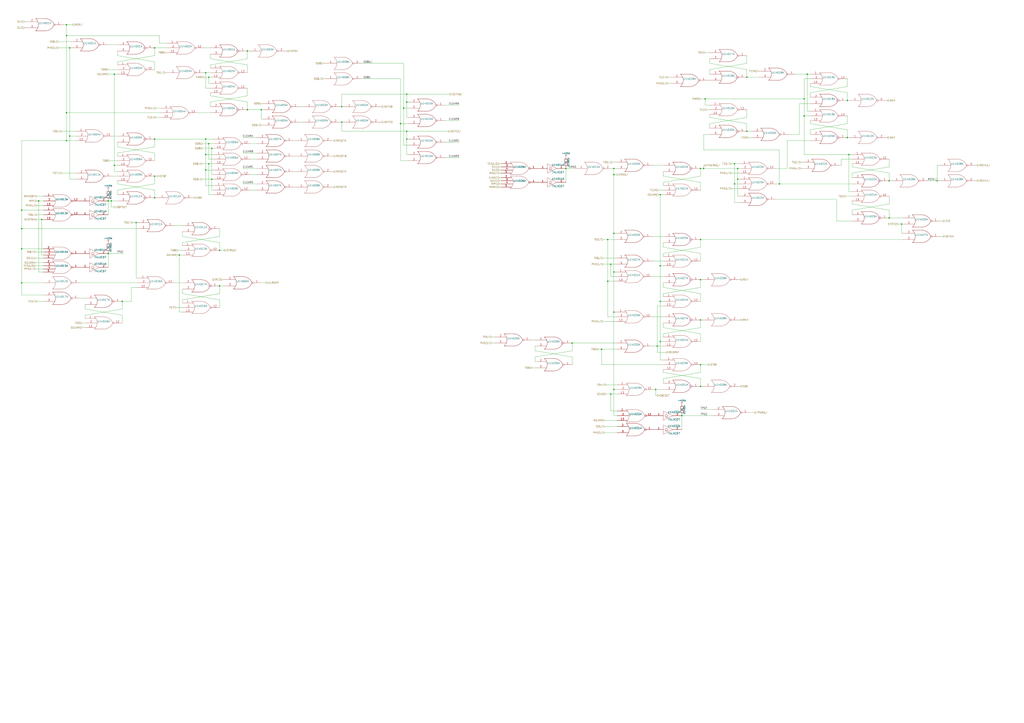
<source format=kicad_sch>
(kicad_sch (version 20211123) (generator eeschema)
  (paper "A1")
  (junction (at 695.96 82.55))
  (junction (at 494.03 287.02))
  (junction (at 740.41 184.15))
  (junction (at 660.4 81.28))
  (junction (at 127 144.78))
  (junction (at 501.65 323.85))
  (junction (at 171.45 63.5))
  (junction (at 499.11 231.14))
  (junction (at 168.91 127))
  (junction (at 57.15 39.37))
  (junction (at 57.15 111.76))
  (junction (at 93.98 60.96))
  (junction (at 575.31 262.89))
  (junction (at 504.19 223.52))
  (junction (at 54.61 29.21))
  (junction (at 168.91 59.69))
  (junction (at 280.67 87.63))
  (junction (at 539.75 284.48))
  (junction (at 730.25 148.59))
  (junction (at 17.78 204.47))
  (junction (at 538.48 320.04))
  (junction (at 34.29 180.34))
  (junction (at 542.29 247.65))
  (junction (at 214.63 90.17))
  (junction (at 168.91 114.3))
  (junction (at 579.12 81.28))
  (junction (at 328.93 101.6))
  (junction (at 173.99 121.92))
  (junction (at 334.01 77.47))
  (junction (at 469.9 281.94))
  (junction (at 334.01 83.82))
  (junction (at 575.31 317.5))
  (junction (at 577.85 138.43))
  (junction (at 280.67 100.33))
  (junction (at 613.41 107.95))
  (junction (at 54.61 20.32))
  (junction (at 31.75 165.1))
  (junction (at 575.31 229.87))
  (junction (at 91.44 165.1))
  (junction (at 127 114.3))
  (junction (at 147.32 209.55))
  (junction (at 575.31 299.72))
  (junction (at 93.98 135.89))
  (junction (at 17.78 172.72))
  (junction (at 542.29 218.44))
  (junction (at 542.29 280.67))
  (junction (at 504.19 143.51))
  (junction (at 168.91 139.7))
  (junction (at 100.33 247.65))
  (junction (at 575.31 196.85))
  (junction (at 695.96 113.03))
  (junction (at 640.08 151.13))
  (junction (at 171.45 118.11))
  (junction (at 334.01 107.95))
  (junction (at 464.82 138.43))
  (junction (at 504.19 191.77))
  (junction (at 171.45 134.62))
  (junction (at 17.78 232.41))
  (junction (at 613.41 63.5))
  (junction (at 203.2 90.17))
  (junction (at 501.65 217.17))
  (junction (at 331.47 88.9))
  (junction (at 127 162.56))
  (junction (at 203.2 41.91))
  (junction (at 605.79 147.32))
  (junction (at 662.94 60.96))
  (junction (at 54.61 115.57))
  (junction (at 504.19 256.54))
  (junction (at 504.19 138.43))
  (junction (at 334.01 114.3))
  (junction (at 504.19 320.04))
  (junction (at 542.29 160.02))
  (junction (at 499.11 196.85))
  (junction (at 575.31 138.43))
  (junction (at 603.25 134.62))
  (junction (at 603.25 151.13))
  (junction (at 560.07 341.63))
  (junction (at 127 39.37))
  (junction (at 660.4 95.25))
  (junction (at 88.9 208.28))
  (junction (at 697.23 127))
  (junction (at 769.62 148.59))
  (junction (at 180.34 205.74))
  (junction (at 17.78 187.96))
  (junction (at 180.34 234.95))
  (junction (at 173.99 147.32))
  (junction (at 88.9 165.1))
  (junction (at 111.76 182.88))
  (junction (at 730.25 179.07))
  (junction (at 605.79 138.43))
  (junction (at 54.61 92.71))
  (wire (pts (xy 58.42 34.29) (xy 48.26 34.29)))
  (wire (pts (xy 127 144.78) (xy 127 151.13)))
  (wire (pts (xy 575.31 196.85) (xy 575.31 203.2)))
  (wire (pts (xy 66.04 245.11) (xy 69.85 245.11)))
  (wire (pts (xy 96.52 151.13) (xy 96.52 148.59)))
  (wire (pts (xy 168.91 127) (xy 168.91 139.7)))
  (wire (pts (xy 147.32 256.54) (xy 149.86 256.54)))
  (wire (pts (xy 173.99 156.21) (xy 175.26 156.21)))
  (wire (pts (xy 127 114.3) (xy 168.91 114.3)))
  (wire (pts (xy 113.03 228.6) (xy 111.76 228.6)))
  (wire (pts (xy 127 125.73) (xy 96.52 120.65)))
  (wire (pts (xy 575.31 229.87) (xy 575.31 236.22)))
  (wire (pts (xy 35.56 207.01) (xy 29.21 207.01)))
  (wire (pts (xy 203.2 78.74) (xy 172.72 83.82)))
  (wire (pts (xy 312.42 87.63) (xy 313.69 87.63)))
  (wire (pts (xy 92.71 144.78) (xy 96.52 144.78)))
  (wire (pts (xy 659.13 138.43) (xy 657.86 138.43)))
  (wire (pts (xy 544.83 269.24) (xy 575.31 274.32)))
  (wire (pts (xy 665.48 71.12) (xy 665.48 68.58)))
  (wire (pts (xy 137.16 43.18) (xy 135.89 43.18)))
  (wire (pts (xy 88.9 165.1) (xy 88.9 176.53)))
  (wire (pts (xy 560.07 341.63) (xy 585.47 341.63)))
  (wire (pts (xy 695.96 113.03) (xy 695.96 106.68)))
  (wire (pts (xy 646.43 138.43) (xy 646.43 115.57)))
  (wire (pts (xy 88.9 207.01) (xy 88.9 208.28)))
  (wire (pts (xy 149.86 199.39) (xy 149.86 201.93)))
  (wire (pts (xy 205.74 143.51) (xy 210.82 143.51)))
  (wire (pts (xy 149.86 246.38) (xy 149.86 248.92)))
  (wire (pts (xy 328.93 101.6) (xy 328.93 132.08)))
  (wire (pts (xy 168.91 139.7) (xy 168.91 152.4)))
  (wire (pts (xy 640.08 151.13) (xy 699.77 151.13)))
  (wire (pts (xy 331.47 88.9) (xy 335.28 88.9)))
  (wire (pts (xy 147.32 209.55) (xy 149.86 209.55)))
  (wire (pts (xy 603.25 151.13) (xy 603.25 166.37)))
  (wire (pts (xy 582.93 101.6) (xy 582.93 105.41)))
  (wire (pts (xy 93.98 135.89) (xy 96.52 135.89)))
  (wire (pts (xy 577.85 138.43) (xy 577.85 135.89)))
  (wire (pts (xy 439.42 302.26) (xy 436.88 302.26)))
  (wire (pts (xy 660.4 64.77) (xy 660.4 81.28)))
  (wire (pts (xy 575.31 274.32) (xy 575.31 280.67)))
  (wire (pts (xy 171.45 130.81) (xy 175.26 130.81)))
  (wire (pts (xy 695.96 82.55) (xy 695.96 76.2)))
  (wire (pts (xy 411.48 134.62) (xy 410.21 134.62)))
  (wire (pts (xy 203.2 83.82) (xy 172.72 78.74)))
  (wire (pts (xy 575.31 317.5) (xy 575.31 311.15)))
  (wire (pts (xy 331.47 88.9) (xy 331.47 119.38)))
  (wire (pts (xy 17.78 232.41) (xy 17.78 242.57)))
  (wire (pts (xy 699.77 172.72) (xy 699.77 176.53)))
  (wire (pts (xy 603.25 134.62) (xy 607.06 134.62)))
  (wire (pts (xy 603.25 166.37) (xy 607.06 166.37)))
  (wire (pts (xy 162.56 92.71) (xy 172.72 92.71)))
  (wire (pts (xy 34.29 180.34) (xy 34.29 209.55)))
  (wire (pts (xy 577.85 135.89) (xy 579.12 135.89)))
  (wire (pts (xy 469.9 281.94) (xy 469.9 288.29)))
  (wire (pts (xy 613.41 90.17) (xy 613.41 96.52)))
  (wire (pts (xy 695.96 101.6) (xy 665.48 106.68)))
  (wire (pts (xy 690.88 130.81) (xy 699.77 130.81)))
  (wire (pts (xy 334.01 77.47) (xy 369.57 77.47)))
  (wire (pts (xy 506.73 350.52) (xy 496.57 350.52)))
  (wire (pts (xy 166.37 134.62) (xy 171.45 134.62)))
  (wire (pts (xy 130.81 35.56) (xy 137.16 35.56)))
  (wire (pts (xy 769.62 135.89) (xy 770.89 135.89)))
  (wire (pts (xy 132.08 88.9) (xy 128.27 88.9)))
  (wire (pts (xy 506.73 316.23) (xy 497.84 316.23)))
  (wire (pts (xy 280.67 87.63) (xy 281.94 87.63)))
  (wire (pts (xy 203.2 90.17) (xy 203.2 83.82)))
  (wire (pts (xy 469.9 288.29) (xy 439.42 293.37)))
  (wire (pts (xy 54.61 20.32) (xy 59.69 20.32)))
  (wire (pts (xy 149.86 241.3) (xy 149.86 237.49)))
  (wire (pts (xy 69.85 269.24) (xy 67.31 269.24)))
  (wire (pts (xy 575.31 208.28) (xy 544.83 203.2)))
  (wire (pts (xy 273.05 115.57) (xy 274.32 115.57)))
  (wire (pts (xy 542.29 160.02) (xy 544.83 160.02)))
  (wire (pts (xy 180.34 205.74) (xy 180.34 199.39)))
  (wire (pts (xy 205.74 130.81) (xy 210.82 130.81)))
  (wire (pts (xy 100.33 247.65) (xy 100.33 254)))
  (wire (pts (xy 127 156.21) (xy 96.52 151.13)))
  (wire (pts (xy 168.91 72.39) (xy 172.72 72.39)))
  (wire (pts (xy 504.19 143.51) (xy 506.73 143.51)))
  (wire (pts (xy 168.91 139.7) (xy 175.26 139.7)))
  (wire (pts (xy 615.95 339.09) (xy 619.76 339.09)))
  (wire (pts (xy 640.08 151.13) (xy 640.08 123.19)))
  (wire (pts (xy 499.11 196.85) (xy 499.11 231.14)))
  (wire (pts (xy 740.41 184.15) (xy 741.68 184.15)))
  (wire (pts (xy 539.75 284.48) (xy 539.75 289.56)))
  (wire (pts (xy 168.91 59.69) (xy 172.72 59.69)))
  (wire (pts (xy 575.31 144.78) (xy 544.83 149.86)))
  (wire (pts (xy 93.98 60.96) (xy 93.98 135.89)))
  (wire (pts (xy 96.52 156.21) (xy 96.52 160.02)))
  (wire (pts (xy 662.94 91.44) (xy 665.48 91.44)))
  (wire (pts (xy 334.01 107.95) (xy 368.3 107.95)))
  (wire (pts (xy 411.48 153.67) (xy 410.21 153.67)))
  (wire (pts (xy 769.62 148.59) (xy 770.89 148.59)))
  (wire (pts (xy 365.76 129.54) (xy 377.19 129.54)))
  (wire (pts (xy 146.05 209.55) (xy 147.32 209.55)))
  (wire (pts (xy 542.29 218.44) (xy 542.29 247.65)))
  (wire (pts (xy 52.07 20.32) (xy 54.61 20.32)))
  (wire (pts (xy 662.94 60.96) (xy 665.48 60.96)))
  (wire (pts (xy 501.65 337.82) (xy 506.73 337.82)))
  (wire (pts (xy 88.9 165.1) (xy 91.44 165.1)))
  (wire (pts (xy 605.79 138.43) (xy 605.79 147.32)))
  (wire (pts (xy 687.07 181.61) (xy 687.07 163.83)))
  (wire (pts (xy 203.2 72.39) (xy 203.2 78.74)))
  (wire (pts (xy 62.23 107.95) (xy 50.8 107.95)))
  (wire (pts (xy 411.48 139.7) (xy 410.21 139.7)))
  (wire (pts (xy 575.31 196.85) (xy 741.68 196.85)))
  (wire (pts (xy 730.25 179.07) (xy 741.68 179.07)))
  (wire (pts (xy 173.99 147.32) (xy 173.99 156.21)))
  (wire (pts (xy 730.25 167.64) (xy 699.77 172.72)))
  (wire (pts (xy 173.99 147.32) (xy 175.26 147.32)))
  (wire (pts (xy 273.05 153.67) (xy 274.32 153.67)))
  (wire (pts (xy 575.31 311.15) (xy 544.83 306.07)))
  (wire (pts (xy 180.34 234.95) (xy 180.34 241.3)))
  (wire (pts (xy 234.95 41.91) (xy 236.22 41.91)))
  (wire (pts (xy 637.54 151.13) (xy 640.08 151.13)))
  (wire (pts (xy 544.83 149.86) (xy 544.83 152.4)))
  (wire (pts (xy 542.29 280.67) (xy 544.83 280.67)))
  (wire (pts (xy 69.85 259.08) (xy 69.85 261.62)))
  (wire (pts (xy 166.37 121.92) (xy 173.99 121.92)))
  (wire (pts (xy 730.25 172.72) (xy 699.77 167.64)))
  (wire (pts (xy 54.61 29.21) (xy 130.81 29.21)))
  (wire (pts (xy 17.78 187.96) (xy 17.78 204.47)))
  (wire (pts (xy 107.95 236.22) (xy 113.03 236.22)))
  (wire (pts (xy 469.9 293.37) (xy 439.42 288.29)))
  (wire (pts (xy 91.44 165.1) (xy 96.52 165.1)))
  (wire (pts (xy 280.67 77.47) (xy 334.01 77.47)))
  (wire (pts (xy 439.42 293.37) (xy 439.42 297.18)))
  (wire (pts (xy 100.33 254) (xy 69.85 259.08)))
  (wire (pts (xy 582.93 57.15) (xy 582.93 60.96)))
  (wire (pts (xy 613.41 101.6) (xy 582.93 96.52)))
  (wire (pts (xy 334.01 96.52) (xy 335.28 96.52)))
  (wire (pts (xy 613.41 45.72) (xy 613.41 52.07)))
  (wire (pts (xy 17.78 187.96) (xy 113.03 187.96)))
  (wire (pts (xy 469.9 299.72) (xy 469.9 293.37)))
  (wire (pts (xy 535.94 260.35) (xy 544.83 260.35)))
  (wire (pts (xy 504.19 320.04) (xy 504.19 341.63)))
  (wire (pts (xy 411.48 148.59) (xy 410.21 148.59)))
  (wire (pts (xy 149.86 194.31) (xy 149.86 190.5)))
  (wire (pts (xy 35.56 212.09) (xy 29.21 212.09)))
  (wire (pts (xy 538.48 320.04) (xy 538.48 325.12)))
  (wire (pts (xy 582.93 90.17) (xy 580.39 90.17)))
  (wire (pts (xy 577.85 123.19) (xy 577.85 110.49)))
  (wire (pts (xy 111.76 182.88) (xy 113.03 182.88)))
  (wire (pts (xy 172.72 39.37) (xy 167.64 39.37)))
  (wire (pts (xy 127 50.8) (xy 96.52 45.72)))
  (wire (pts (xy 96.52 125.73) (xy 96.52 128.27)))
  (wire (pts (xy 210.82 138.43) (xy 199.39 138.43)))
  (wire (pts (xy 544.83 208.28) (xy 544.83 210.82)))
  (wire (pts (xy 504.19 256.54) (xy 505.46 256.54)))
  (wire (pts (xy 613.41 63.5) (xy 613.41 57.15)))
  (wire (pts (xy 203.2 48.26) (xy 172.72 53.34)))
  (wire (pts (xy 406.4 281.94) (xy 403.86 281.94)))
  (wire (pts (xy 180.34 252.73) (xy 180.34 246.38)))
  (wire (pts (xy 436.88 279.4) (xy 439.42 279.4)))
  (wire (pts (xy 613.41 63.5) (xy 623.57 63.5)))
  (wire (pts (xy 660.4 95.25) (xy 660.4 127)))
  (wire (pts (xy 699.77 167.64) (xy 699.77 165.1)))
  (wire (pts (xy 266.7 64.77) (xy 265.43 64.77)))
  (wire (pts (xy 334.01 127) (xy 335.28 127)))
  (wire (pts (xy 494.03 287.02) (xy 505.46 287.02)))
  (wire (pts (xy 607.06 317.5) (xy 608.33 317.5)))
  (wire (pts (xy 687.07 163.83) (xy 637.54 163.83)))
  (wire (pts (xy 365.76 116.84) (xy 377.19 116.84)))
  (wire (pts (xy 172.72 48.26) (xy 172.72 44.45)))
  (wire (pts (xy 31.75 165.1) (xy 35.56 165.1)))
  (wire (pts (xy 575.31 269.24) (xy 544.83 274.32)))
  (wire (pts (xy 694.69 161.29) (xy 699.77 161.29)))
  (wire (pts (xy 203.2 59.69) (xy 203.2 53.34)))
  (wire (pts (xy 171.45 68.58) (xy 172.72 68.58)))
  (wire (pts (xy 582.93 52.07) (xy 582.93 48.26)))
  (wire (pts (xy 613.41 57.15) (xy 582.93 52.07)))
  (wire (pts (xy 575.31 247.65) (xy 575.31 241.3)))
  (wire (pts (xy 585.47 336.55) (xy 575.31 336.55)))
  (wire (pts (xy 180.34 234.95) (xy 184.15 234.95)))
  (wire (pts (xy 100.33 265.43) (xy 100.33 259.08)))
  (wire (pts (xy 579.12 86.36) (xy 579.12 81.28)))
  (wire (pts (xy 215.9 85.09) (xy 214.63 85.09)))
  (wire (pts (xy 607.06 142.24) (xy 600.71 142.24)))
  (wire (pts (xy 647.7 110.49) (xy 656.59 110.49)))
  (wire (pts (xy 57.15 111.76) (xy 62.23 111.76)))
  (wire (pts (xy 505.46 212.09) (xy 495.3 212.09)))
  (wire (pts (xy 544.83 311.15) (xy 544.83 314.96)))
  (wire (pts (xy 603.25 151.13) (xy 607.06 151.13)))
  (wire (pts (xy 88.9 60.96) (xy 93.98 60.96)))
  (wire (pts (xy 622.3 58.42) (xy 623.57 58.42)))
  (wire (pts (xy 551.18 68.58) (xy 548.64 68.58)))
  (wire (pts (xy 17.78 115.57) (xy 54.61 115.57)))
  (wire (pts (xy 21.59 17.78) (xy 20.32 17.78)))
  (wire (pts (xy 762 148.59) (xy 769.62 148.59)))
  (wire (pts (xy 538.48 325.12) (xy 539.75 325.12)))
  (wire (pts (xy 539.75 251.46) (xy 539.75 284.48)))
  (wire (pts (xy 544.83 306.07) (xy 544.83 303.53)))
  (wire (pts (xy 35.56 215.9) (xy 29.21 215.9)))
  (wire (pts (xy 491.49 287.02) (xy 494.03 287.02)))
  (wire (pts (xy 130.81 29.21) (xy 130.81 35.56)))
  (wire (pts (xy 464.82 138.43) (xy 464.82 149.86)))
  (wire (pts (xy 406.4 276.86) (xy 403.86 276.86)))
  (wire (pts (xy 504.19 223.52) (xy 505.46 223.52)))
  (wire (pts (xy 173.99 143.51) (xy 175.26 143.51)))
  (wire (pts (xy 111.76 228.6) (xy 111.76 182.88)))
  (wire (pts (xy 469.9 281.94) (xy 505.46 281.94)))
  (wire (pts (xy 215.9 102.87) (xy 214.63 102.87)))
  (wire (pts (xy 504.19 138.43) (xy 505.46 138.43)))
  (wire (pts (xy 127 151.13) (xy 96.52 156.21)))
  (wire (pts (xy 334.01 114.3) (xy 334.01 127)))
  (wire (pts (xy 727.71 113.03) (xy 728.98 113.03)))
  (wire (pts (xy 210.82 151.13) (xy 199.39 151.13)))
  (wire (pts (xy 665.48 106.68) (xy 665.48 110.49)))
  (wire (pts (xy 740.41 191.77) (xy 741.68 191.77)))
  (wire (pts (xy 180.34 187.96) (xy 180.34 194.31)))
  (wire (pts (xy 30.48 180.34) (xy 34.29 180.34)))
  (wire (pts (xy 184.15 229.87) (xy 182.88 229.87)))
  (wire (pts (xy 499.11 231.14) (xy 499.11 260.35)))
  (wire (pts (xy 137.16 59.69) (xy 135.89 59.69)))
  (wire (pts (xy 143.51 232.41) (xy 149.86 232.41)))
  (wire (pts (xy 241.3 153.67) (xy 242.57 153.67)))
  (wire (pts (xy 439.42 288.29) (xy 439.42 284.48)))
  (wire (pts (xy 411.48 151.13) (xy 410.21 151.13)))
  (wire (pts (xy 730.25 179.07) (xy 730.25 172.72)))
  (wire (pts (xy 280.67 87.63) (xy 280.67 77.47)))
  (wire (pts (xy 88.9 208.28) (xy 101.6 208.28)))
  (wire (pts (xy 171.45 134.62) (xy 171.45 160.02)))
  (wire (pts (xy 737.87 184.15) (xy 740.41 184.15)))
  (wire (pts (xy 544.83 241.3) (xy 544.83 243.84)))
  (wire (pts (xy 241.3 115.57) (xy 242.57 115.57)))
  (wire (pts (xy 328.93 101.6) (xy 335.28 101.6)))
  (wire (pts (xy 538.48 320.04) (xy 544.83 320.04)))
  (wire (pts (xy 57.15 147.32) (xy 62.23 147.32)))
  (wire (pts (xy 17.78 115.57) (xy 17.78 172.72)))
  (wire (pts (xy 544.83 144.78) (xy 544.83 140.97)))
  (wire (pts (xy 801.37 135.89) (xy 802.64 135.89)))
  (wire (pts (xy 607.06 262.89) (xy 608.33 262.89)))
  (wire (pts (xy 772.16 194.31) (xy 774.7 194.31)))
  (wire (pts (xy 577.85 110.49) (xy 582.93 110.49)))
  (wire (pts (xy 17.78 204.47) (xy 35.56 204.47)))
  (wire (pts (xy 544.83 251.46) (xy 539.75 251.46)))
  (wire (pts (xy 69.85 265.43) (xy 67.31 265.43)))
  (wire (pts (xy 273.05 128.27) (xy 274.32 128.27)))
  (wire (pts (xy 62.23 142.24) (xy 50.8 142.24)))
  (wire (pts (xy 727.71 82.55) (xy 728.98 82.55)))
  (wire (pts (xy 214.63 90.17) (xy 214.63 97.79)))
  (wire (pts (xy 504.19 138.43) (xy 504.19 143.51)))
  (wire (pts (xy 613.41 107.95) (xy 613.41 101.6)))
  (wire (pts (xy 544.83 274.32) (xy 544.83 276.86)))
  (wire (pts (xy 17.78 172.72) (xy 35.56 172.72)))
  (wire (pts (xy 17.78 172.72) (xy 17.78 187.96)))
  (wire (pts (xy 34.29 180.34) (xy 35.56 180.34)))
  (wire (pts (xy 695.96 106.68) (xy 665.48 101.6)))
  (wire (pts (xy 100.33 259.08) (xy 69.85 254)))
  (wire (pts (xy 180.34 199.39) (xy 149.86 194.31)))
  (wire (pts (xy 544.83 236.22) (xy 544.83 232.41)))
  (wire (pts (xy 96.52 57.15) (xy 88.9 57.15)))
  (wire (pts (xy 542.29 160.02) (xy 542.29 218.44)))
  (wire (pts (xy 654.05 60.96) (xy 662.94 60.96)))
  (wire (pts (xy 91.44 170.18) (xy 93.98 170.18)))
  (wire (pts (xy 537.21 320.04) (xy 538.48 320.04)))
  (wire (pts (xy 575.31 262.89) (xy 576.58 262.89)))
  (wire (pts (xy 113.03 232.41) (xy 66.04 232.41)))
  (wire (pts (xy 334.01 107.95) (xy 334.01 114.3)))
  (wire (pts (xy 495.3 217.17) (xy 501.65 217.17)))
  (wire (pts (xy 312.42 100.33) (xy 313.69 100.33)))
  (wire (pts (xy 331.47 119.38) (xy 335.28 119.38)))
  (wire (pts (xy 96.52 120.65) (xy 96.52 116.84)))
  (wire (pts (xy 31.75 165.1) (xy 31.75 223.52)))
  (wire (pts (xy 173.99 121.92) (xy 175.26 121.92)))
  (wire (pts (xy 613.41 96.52) (xy 582.93 101.6)))
  (wire (pts (xy 690.88 135.89) (xy 690.88 130.81)))
  (wire (pts (xy 575.31 149.86) (xy 544.83 144.78)))
  (wire (pts (xy 172.72 53.34) (xy 172.72 55.88)))
  (wire (pts (xy 280.67 100.33) (xy 281.94 100.33)))
  (wire (pts (xy 575.31 241.3) (xy 544.83 236.22)))
  (wire (pts (xy 660.4 64.77) (xy 665.48 64.77)))
  (wire (pts (xy 171.45 160.02) (xy 175.26 160.02)))
  (wire (pts (xy 96.52 50.8) (xy 96.52 53.34)))
  (wire (pts (xy 365.76 86.36) (xy 377.19 86.36)))
  (wire (pts (xy 127 162.56) (xy 127 156.21)))
  (wire (pts (xy 499.11 196.85) (xy 505.46 196.85)))
  (wire (pts (xy 166.37 118.11) (xy 171.45 118.11)))
  (wire (pts (xy 499.11 231.14) (xy 505.46 231.14)))
  (wire (pts (xy 279.4 87.63) (xy 280.67 87.63)))
  (wire (pts (xy 502.92 133.35) (xy 505.46 133.35)))
  (wire (pts (xy 575.31 262.89) (xy 575.31 269.24)))
  (wire (pts (xy 168.91 152.4) (xy 175.26 152.4)))
  (wire (pts (xy 171.45 63.5) (xy 172.72 63.5)))
  (wire (pts (xy 172.72 78.74) (xy 172.72 76.2)))
  (wire (pts (xy 504.19 341.63) (xy 506.73 341.63)))
  (wire (pts (xy 506.73 355.6) (xy 496.57 355.6)))
  (wire (pts (xy 411.48 146.05) (xy 410.21 146.05)))
  (wire (pts (xy 697.23 127) (xy 697.23 157.48)))
  (wire (pts (xy 127 132.08) (xy 127 125.73)))
  (wire (pts (xy 54.61 92.71) (xy 132.08 92.71)))
  (wire (pts (xy 96.52 45.72) (xy 96.52 41.91)))
  (wire (pts (xy 54.61 92.71) (xy 54.61 115.57)))
  (wire (pts (xy 505.46 264.16) (xy 495.3 264.16)))
  (wire (pts (xy 147.32 209.55) (xy 147.32 256.54)))
  (wire (pts (xy 127 45.72) (xy 96.52 50.8)))
  (wire (pts (xy 57.15 39.37) (xy 57.15 111.76)))
  (wire (pts (xy 21.59 22.86) (xy 20.32 22.86)))
  (wire (pts (xy 656.59 85.09) (xy 665.48 85.09)))
  (wire (pts (xy 689.61 135.89) (xy 690.88 135.89)))
  (wire (pts (xy 365.76 99.06) (xy 377.19 99.06)))
  (wire (pts (xy 48.26 39.37) (xy 57.15 39.37)))
  (wire (pts (xy 605.79 161.29) (xy 607.06 161.29)))
  (wire (pts (xy 17.78 232.41) (xy 35.56 232.41)))
  (wire (pts (xy 697.23 127) (xy 699.77 127)))
  (wire (pts (xy 464.82 138.43) (xy 472.44 138.43)))
  (wire (pts (xy 501.65 323.85) (xy 506.73 323.85)))
  (wire (pts (xy 214.63 90.17) (xy 215.9 90.17)))
  (wire (pts (xy 214.63 97.79) (xy 215.9 97.79)))
  (wire (pts (xy 539.75 289.56) (xy 547.37 289.56)))
  (wire (pts (xy 180.34 205.74) (xy 184.15 205.74)))
  (wire (pts (xy 96.52 132.08) (xy 90.17 132.08)))
  (wire (pts (xy 31.75 223.52) (xy 35.56 223.52)))
  (wire (pts (xy 91.44 165.1) (xy 91.44 170.18)))
  (wire (pts (xy 328.93 132.08) (xy 335.28 132.08)))
  (wire (pts (xy 617.22 113.03) (xy 614.68 113.03)))
  (wire (pts (xy 279.4 100.33) (xy 280.67 100.33)))
  (wire (pts (xy 541.02 160.02) (xy 542.29 160.02)))
  (wire (pts (xy 210.82 113.03) (xy 199.39 113.03)))
  (wire (pts (xy 132.08 96.52) (xy 128.27 96.52)))
  (wire (pts (xy 575.31 317.5) (xy 576.58 317.5)))
  (wire (pts (xy 499.11 260.35) (xy 505.46 260.35)))
  (wire (pts (xy 331.47 52.07) (xy 331.47 88.9)))
  (wire (pts (xy 180.34 241.3) (xy 149.86 246.38)))
  (wire (pts (xy 501.65 217.17) (xy 505.46 217.17)))
  (wire (pts (xy 542.29 295.91) (xy 544.83 295.91)))
  (wire (pts (xy 662.94 60.96) (xy 662.94 91.44)))
  (wire (pts (xy 497.84 323.85) (xy 501.65 323.85)))
  (wire (pts (xy 107.95 247.65) (xy 107.95 236.22)))
  (wire (pts (xy 699.77 181.61) (xy 687.07 181.61)))
  (wire (pts (xy 695.96 95.25) (xy 695.96 101.6)))
  (wire (pts (xy 35.56 168.91) (xy 30.48 168.91)))
  (wire (pts (xy 581.66 66.04) (xy 582.93 66.04)))
  (wire (pts (xy 740.41 184.15) (xy 740.41 191.77)))
  (wire (pts (xy 328.93 64.77) (xy 328.93 101.6)))
  (wire (pts (xy 494.03 287.02) (xy 494.03 299.72)))
  (wire (pts (xy 542.29 247.65) (xy 542.29 280.67)))
  (wire (pts (xy 30.48 165.1) (xy 31.75 165.1)))
  (wire (pts (xy 544.83 156.21) (xy 541.02 156.21)))
  (wire (pts (xy 582.93 86.36) (xy 579.12 86.36)))
  (wire (pts (xy 695.96 64.77) (xy 695.96 71.12)))
  (wire (pts (xy 166.37 147.32) (xy 173.99 147.32)))
  (wire (pts (xy 205.74 156.21) (xy 210.82 156.21)))
  (wire (pts (xy 802.64 148.59) (xy 801.37 148.59)))
  (wire (pts (xy 582.93 96.52) (xy 582.93 93.98)))
  (wire (pts (xy 158.75 162.56) (xy 160.02 162.56)))
  (wire (pts (xy 575.31 81.28) (xy 579.12 81.28)))
  (wire (pts (xy 280.67 100.33) (xy 280.67 107.95)))
  (wire (pts (xy 205.74 118.11) (xy 210.82 118.11)))
  (wire (pts (xy 171.45 134.62) (xy 175.26 134.62)))
  (wire (pts (xy 127 114.3) (xy 127 120.65)))
  (wire (pts (xy 214.63 232.41) (xy 218.44 232.41)))
  (wire (pts (xy 535.94 284.48) (xy 539.75 284.48)))
  (wire (pts (xy 69.85 254) (xy 69.85 250.19)))
  (wire (pts (xy 579.12 43.18) (xy 582.93 43.18)))
  (wire (pts (xy 613.41 52.07) (xy 582.93 57.15)))
  (wire (pts (xy 656.59 110.49) (xy 656.59 85.09)))
  (wire (pts (xy 57.15 39.37) (xy 58.42 39.37)))
  (wire (pts (xy 334.01 77.47) (xy 334.01 83.82)))
  (wire (pts (xy 551.18 63.5) (xy 548.64 63.5)))
  (wire (pts (xy 600.71 134.62) (xy 603.25 134.62)))
  (wire (pts (xy 173.99 121.92) (xy 173.99 143.51)))
  (wire (pts (xy 560.07 340.36) (xy 560.07 341.63)))
  (wire (pts (xy 149.86 252.73) (xy 144.78 252.73)))
  (wire (pts (xy 149.86 205.74) (xy 146.05 205.74)))
  (wire (pts (xy 695.96 76.2) (xy 665.48 71.12)))
  (wire (pts (xy 210.82 125.73) (xy 199.39 125.73)))
  (wire (pts (xy 35.56 247.65) (xy 30.48 247.65)))
  (wire (pts (xy 575.31 214.63) (xy 575.31 208.28)))
  (wire (pts (xy 127 39.37) (xy 127 45.72)))
  (wire (pts (xy 539.75 284.48) (xy 544.83 284.48)))
  (wire (pts (xy 88.9 208.28) (xy 88.9 219.71)))
  (wire (pts (xy 127 120.65) (xy 96.52 125.73)))
  (wire (pts (xy 54.61 20.32) (xy 54.61 29.21)))
  (wire (pts (xy 695.96 113.03) (xy 697.23 113.03)))
  (wire (pts (xy 171.45 118.11) (xy 171.45 130.81)))
  (wire (pts (xy 35.56 176.53) (xy 30.48 176.53)))
  (wire (pts (xy 172.72 83.82) (xy 172.72 87.63)))
  (wire (pts (xy 88.9 163.83) (xy 88.9 165.1)))
  (wire (pts (xy 544.83 203.2) (xy 544.83 199.39)))
  (wire (pts (xy 334.01 83.82) (xy 335.28 83.82)))
  (wire (pts (xy 167.64 63.5) (xy 171.45 63.5)))
  (wire (pts (xy 575.31 156.21) (xy 575.31 149.86)))
  (wire (pts (xy 605.79 147.32) (xy 607.06 147.32)))
  (wire (pts (xy 697.23 157.48) (xy 699.77 157.48)))
  (wire (pts (xy 143.51 185.42) (xy 149.86 185.42)))
  (wire (pts (xy 504.19 143.51) (xy 504.19 191.77)))
  (wire (pts (xy 504.19 191.77) (xy 504.19 223.52)))
  (wire (pts (xy 575.31 306.07) (xy 544.83 311.15)))
  (wire (pts (xy 246.38 100.33) (xy 248.92 100.33)))
  (wire (pts (xy 542.29 280.67) (xy 542.29 295.91)))
  (wire (pts (xy 203.2 41.91) (xy 203.2 48.26)))
  (wire (pts (xy 542.29 218.44) (xy 544.83 218.44)))
  (wire (pts (xy 575.31 138.43) (xy 575.31 144.78)))
  (wire (pts (xy 605.79 138.43) (xy 607.06 138.43)))
  (wire (pts (xy 575.31 229.87) (xy 576.58 229.87)))
  (wire (pts (xy 544.83 265.43) (xy 544.83 269.24)))
  (wire (pts (xy 464.82 137.16) (xy 464.82 138.43)))
  (wire (pts (xy 54.61 115.57) (xy 62.23 115.57)))
  (wire (pts (xy 167.64 59.69) (xy 168.91 59.69)))
  (wire (pts (xy 35.56 220.98) (xy 29.21 220.98)))
  (wire (pts (xy 575.31 138.43) (xy 577.85 138.43)))
  (wire (pts (xy 575.31 236.22) (xy 544.83 241.3)))
  (wire (pts (xy 640.08 123.19) (xy 577.85 123.19)))
  (wire (pts (xy 730.25 137.16) (xy 699.77 142.24)))
  (wire (pts (xy 168.91 114.3) (xy 168.91 127)))
  (wire (pts (xy 637.54 138.43) (xy 646.43 138.43)))
  (wire (pts (xy 203.2 41.91) (xy 204.47 41.91)))
  (wire (pts (xy 171.45 118.11) (xy 175.26 118.11)))
  (wire (pts (xy 501.65 227.33) (xy 505.46 227.33)))
  (wire (pts (xy 695.96 71.12) (xy 665.48 76.2)))
  (wire (pts (xy 88.9 36.83) (xy 96.52 36.83)))
  (wire (pts (xy 168.91 127) (xy 175.26 127)))
  (wire (pts (xy 504.19 191.77) (xy 505.46 191.77)))
  (wire (pts (xy 535.94 214.63) (xy 544.83 214.63)))
  (wire (pts (xy 502.92 138.43) (xy 504.19 138.43)))
  (wire (pts (xy 769.62 148.59) (xy 769.62 135.89)))
  (wire (pts (xy 93.98 140.97) (xy 96.52 140.97)))
  (wire (pts (xy 542.29 247.65) (xy 544.83 247.65)))
  (wire (pts (xy 280.67 107.95) (xy 334.01 107.95)))
  (wire (pts (xy 92.71 111.76) (xy 96.52 111.76)))
  (wire (pts (xy 579.12 81.28) (xy 660.4 81.28)))
  (wire (pts (xy 535.94 227.33) (xy 544.83 227.33)))
  (wire (pts (xy 535.94 194.31) (xy 544.83 194.31)))
  (wire (pts (xy 411.48 142.24) (xy 410.21 142.24)))
  (wire (pts (xy 772.16 181.61) (xy 774.7 181.61)))
  (wire (pts (xy 730.25 148.59) (xy 731.52 148.59)))
  (wire (pts (xy 605.79 147.32) (xy 605.79 161.29)))
  (wire (pts (xy 575.31 299.72) (xy 575.31 306.07)))
  (wire (pts (xy 57.15 111.76) (xy 57.15 147.32)))
  (wire (pts (xy 127 39.37) (xy 137.16 39.37)))
  (wire (pts (xy 180.34 194.31) (xy 149.86 199.39)))
  (wire (pts (xy 504.19 223.52) (xy 504.19 256.54)))
  (wire (pts (xy 93.98 60.96) (xy 96.52 60.96)))
  (wire (pts (xy 659.13 133.35) (xy 657.86 133.35)))
  (wire (pts (xy 660.4 127) (xy 697.23 127)))
  (wire (pts (xy 699.77 142.24) (xy 699.77 146.05)))
  (wire (pts (xy 660.4 81.28) (xy 660.4 95.25)))
  (wire (pts (xy 17.78 242.57) (xy 35.56 242.57)))
  (wire (pts (xy 730.25 130.81) (xy 730.25 137.16)))
  (wire (pts (xy 575.31 203.2) (xy 544.83 208.28)))
  (wire (pts (xy 334.01 83.82) (xy 334.01 96.52)))
  (wire (pts (xy 246.38 87.63) (xy 248.92 87.63)))
  (wire (pts (xy 180.34 246.38) (xy 149.86 241.3)))
  (wire (pts (xy 495.3 196.85) (xy 499.11 196.85)))
  (wire (pts (xy 411.48 137.16) (xy 410.21 137.16)))
  (wire (pts (xy 699.77 137.16) (xy 699.77 134.62)))
  (wire (pts (xy 273.05 140.97) (xy 274.32 140.97)))
  (wire (pts (xy 297.18 64.77) (xy 328.93 64.77)))
  (wire (pts (xy 603.25 134.62) (xy 603.25 151.13)))
  (wire (pts (xy 560.07 341.63) (xy 560.07 353.06)))
  (wire (pts (xy 501.65 217.17) (xy 501.65 227.33)))
  (wire (pts (xy 504.19 320.04) (xy 506.73 320.04)))
  (wire (pts (xy 613.41 107.95) (xy 617.22 107.95)))
  (wire (pts (xy 297.18 52.07) (xy 331.47 52.07)))
  (wire (pts (xy 646.43 115.57) (xy 665.48 115.57)))
  (wire (pts (xy 241.3 128.27) (xy 242.57 128.27)))
  (wire (pts (xy 730.25 148.59) (xy 730.25 142.24)))
  (wire (pts (xy 607.06 229.87) (xy 608.33 229.87)))
  (wire (pts (xy 100.33 247.65) (xy 107.95 247.65)))
  (wire (pts (xy 203.2 53.34) (xy 172.72 48.26)))
  (wire (pts (xy 127 162.56) (xy 128.27 162.56)))
  (wire (pts (xy 203.2 90.17) (xy 214.63 90.17)))
  (wire (pts (xy 266.7 52.07) (xy 265.43 52.07)))
  (wire (pts (xy 35.56 218.44) (xy 29.21 218.44)))
  (wire (pts (xy 494.03 299.72) (xy 544.83 299.72)))
  (wire (pts (xy 241.3 140.97) (xy 242.57 140.97)))
  (wire (pts (xy 127 144.78) (xy 129.54 144.78)))
  (wire (pts (xy 93.98 135.89) (xy 93.98 140.97)))
  (wire (pts (xy 660.4 95.25) (xy 665.48 95.25)))
  (wire (pts (xy 535.94 135.89) (xy 544.83 135.89)))
  (wire (pts (xy 127 57.15) (xy 127 50.8)))
  (wire (pts (xy 171.45 63.5) (xy 171.45 68.58)))
  (wire (pts (xy 577.85 138.43) (xy 605.79 138.43)))
  (wire (pts (xy 695.96 82.55) (xy 697.23 82.55)))
  (wire (pts (xy 730.25 161.29) (xy 730.25 167.64)))
  (wire (pts (xy 730.25 142.24) (xy 699.77 137.16)))
  (wire (pts (xy 109.22 182.88) (xy 111.76 182.88)))
  (wire (pts (xy 504.19 256.54) (xy 504.19 320.04)))
  (wire (pts (xy 54.61 29.21) (xy 54.61 92.71)))
  (wire (pts (xy 334.01 114.3) (xy 335.28 114.3)))
  (wire (pts (xy 168.91 114.3) (xy 175.26 114.3)))
  (wire (pts (xy 168.91 59.69) (xy 168.91 72.39)))
  (wire (pts (xy 607.06 154.94) (xy 600.71 154.94)))
  (wire (pts (xy 665.48 76.2) (xy 665.48 80.01)))
  (wire (pts (xy 575.31 299.72) (xy 581.66 299.72)))
  (wire (pts (xy 501.65 323.85) (xy 501.65 337.82)))
  (wire (pts (xy 506.73 345.44) (xy 496.57 345.44)))
  (wire (pts (xy 35.56 161.29) (xy 30.48 161.29)))
  (wire (pts (xy 17.78 204.47) (xy 17.78 232.41)))
  (wire (pts (xy 34.29 209.55) (xy 35.56 209.55)))
  (wire (pts (xy 665.48 101.6) (xy 665.48 99.06)))
  (label "CLEARD" (at 377.19 129.54 180) (effects (font (size 1.524 1.524))))
  (label "TPGE" (at 575.31 341.63 0) (effects (font (size 1.524 1.524))))
  (label "RSTK/" (at 762 148.59 0) (effects (font (size 1.524 1.524))))
  (label "CLEARC" (at 377.19 116.84 180) (effects (font (size 1.524 1.524))))
  (label "S08A" (at 298.45 64.77 0) (effects (font (size 1.524 1.524))))
  (label "ERAS" (at 467.36 138.43 0) (effects (font (size 1.524 1.524))))
  (label "S08A/" (at 298.45 52.07 0) (effects (font (size 1.524 1.524))))
  (label "CLEARD" (at 199.39 151.13 0) (effects (font (size 1.524 1.524))))
  (label "CLEARC" (at 199.39 138.43 0) (effects (font (size 1.524 1.524))))
  (label "CLEARA" (at 199.39 113.03 0) (effects (font (size 1.524 1.524))))
  (label "TPGF" (at 101.6 208.28 180) (effects (font (size 1.524 1.524))))
  (label "CLEARA" (at 377.19 86.36 180) (effects (font (size 1.524 1.524))))
  (label "CLEARB" (at 377.19 99.06 180) (effects (font (size 1.524 1.524))))
  (label "CLEARB" (at 199.39 125.73 0) (effects (font (size 1.524 1.524))))
  (label "TPGF" (at 575.31 336.55 0) (effects (font (size 1.524 1.524))))
  (hierarchical_label "S08" (shape input) (at 265.43 52.07 180) (effects (font (size 1.524 1.524))))
  (hierarchical_label "T12/" (shape input) (at 548.64 63.5 180) (effects (font (size 1.524 1.524))))
  (hierarchical_label "T07" (shape input) (at 144.78 252.73 180) (effects (font (size 1.524 1.524))))
  (hierarchical_label "S11" (shape input) (at 20.32 17.78 180) (effects (font (size 1.524 1.524))))
  (hierarchical_label "T06/" (shape input) (at 495.3 212.09 180) (effects (font (size 1.524 1.524))))
  (hierarchical_label "IHENV" (shape output) (at 236.22 41.91 0) (effects (font (size 1.524 1.524))))
  (hierarchical_label "PHS4/" (shape input) (at 495.3 264.16 180) (effects (font (size 1.524 1.524))))
  (hierarchical_label "MNHSBF" (shape input) (at 30.48 161.29 180) (effects (font (size 1.524 1.524))))
  (hierarchical_label "T03/" (shape input) (at 495.3 196.85 180) (effects (font (size 1.524 1.524))))
  (hierarchical_label "PHS3/" (shape input) (at 495.3 217.17 180) (effects (font (size 1.524 1.524))))
  (hierarchical_label "S12" (shape input) (at 20.32 22.86 180) (effects (font (size 1.524 1.524))))
  (hierarchical_label "ROP/" (shape output) (at 59.69 20.32 0) (effects (font (size 1.524 1.524))))
  (hierarchical_label "T02/" (shape input) (at 657.86 133.35 180) (effects (font (size 1.524 1.524))))
  (hierarchical_label "INOUT" (shape input) (at 410.21 142.24 180) (effects (font (size 1.524 1.524))))
  (hierarchical_label "TPARG/" (shape output) (at 619.76 339.09 0) (effects (font (size 1.524 1.524))))
  (hierarchical_label "GOJAM" (shape input) (at 541.02 160.02 180) (effects (font (size 1.524 1.524))))
  (hierarchical_label "RSTKY/" (shape output) (at 802.64 148.59 0) (effects (font (size 1.524 1.524))))
  (hierarchical_label "CHINC" (shape input) (at 410.21 146.05 180) (effects (font (size 1.524 1.524))))
  (hierarchical_label "S09" (shape input) (at 166.37 118.11 180) (effects (font (size 1.524 1.524))))
  (hierarchical_label "DV3764" (shape input) (at 30.48 180.34 180) (effects (font (size 1.524 1.524))))
  (hierarchical_label "SETEK" (shape output) (at 774.7 194.31 0) (effects (font (size 1.524 1.524))))
  (hierarchical_label "S09" (shape input) (at 214.63 85.09 180) (effects (font (size 1.524 1.524))))
  (hierarchical_label "PHS3/" (shape input) (at 48.26 39.37 180) (effects (font (size 1.524 1.524))))
  (hierarchical_label "T12A" (shape input) (at 541.02 156.21 180) (effects (font (size 1.524 1.524))))
  (hierarchical_label "PHS4/" (shape input) (at 30.48 168.91 180) (effects (font (size 1.524 1.524))))
  (hierarchical_label "GOJ1" (shape input) (at 29.21 212.09 180) (effects (font (size 1.524 1.524))))
  (hierarchical_label "T08" (shape input) (at 135.89 43.18 180) (effects (font (size 1.524 1.524))))
  (hierarchical_label "PHS4/" (shape input) (at 128.27 88.9 180) (effects (font (size 1.524 1.524))))
  (hierarchical_label "SETAB/" (shape output) (at 369.57 77.47 0) (effects (font (size 1.524 1.524))))
  (hierarchical_label "T11" (shape input) (at 580.39 90.17 180) (effects (font (size 1.524 1.524))))
  (hierarchical_label "RESETB" (shape output) (at 274.32 128.27 0) (effects (font (size 1.524 1.524))))
  (hierarchical_label "S09/" (shape input) (at 214.63 102.87 180) (effects (font (size 1.524 1.524))))
  (hierarchical_label "SETAB" (shape output) (at 313.69 87.63 0) (effects (font (size 1.524 1.524))))
  (hierarchical_label "T08/" (shape input) (at 29.21 207.01 180) (effects (font (size 1.524 1.524))))
  (hierarchical_label "PHS3/" (shape input) (at 496.57 355.6 180) (effects (font (size 1.524 1.524))))
  (hierarchical_label "T05/" (shape input) (at 50.8 107.95 180) (effects (font (size 1.524 1.524))))
  (hierarchical_label "SBF" (shape output) (at 160.02 162.56 0) (effects (font (size 1.524 1.524))))
  (hierarchical_label "T08" (shape input) (at 146.05 205.74 180) (effects (font (size 1.524 1.524))))
  (hierarchical_label "PHS4/" (shape input) (at 600.71 142.24 180) (effects (font (size 1.524 1.524))))
  (hierarchical_label "T10/" (shape input) (at 30.48 247.65 180) (effects (font (size 1.524 1.524))))
  (hierarchical_label "T03" (shape input) (at 67.31 265.43 180) (effects (font (size 1.524 1.524))))
  (hierarchical_label "TIMR" (shape input) (at 575.31 81.28 180) (effects (font (size 1.524 1.524))))
  (hierarchical_label "PHS3/" (shape input) (at 403.86 281.94 180) (effects (font (size 1.524 1.524))))
  (hierarchical_label "T12A" (shape input) (at 622.3 58.42 180) (effects (font (size 1.524 1.524))))
  (hierarchical_label "S08" (shape input) (at 166.37 121.92 180) (effects (font (size 1.524 1.524))))
  (hierarchical_label "S08/" (shape input) (at 166.37 134.62 180) (effects (font (size 1.524 1.524))))
  (hierarchical_label "WEY" (shape output) (at 728.98 113.03 0) (effects (font (size 1.524 1.524))))
  (hierarchical_label "GOJAM" (shape input) (at 146.05 209.55 180) (effects (font (size 1.524 1.524))))
  (hierarchical_label "SBFSET" (shape output) (at 93.98 170.18 0) (effects (font (size 1.524 1.524))))
  (hierarchical_label "GOJAM" (shape input) (at 88.9 60.96 180) (effects (font (size 1.524 1.524))))
  (hierarchical_label "T06/" (shape input) (at 30.48 176.53 180) (effects (font (size 1.524 1.524))))
  (hierarchical_label "REDRST" (shape output) (at 547.37 289.56 0) (effects (font (size 1.524 1.524))))
  (hierarchical_label "T05/" (shape input) (at 496.57 350.52 180) (effects (font (size 1.524 1.524))))
  (hierarchical_label "T10/" (shape input) (at 600.71 134.62 180) (effects (font (size 1.524 1.524))))
  (hierarchical_label "T08/" (shape input) (at 48.26 34.29 180) (effects (font (size 1.524 1.524))))
  (hierarchical_label "GOJAM" (shape input) (at 29.21 215.9 180) (effects (font (size 1.524 1.524))))
  (hierarchical_label "SETCD/" (shape output) (at 368.3 107.95 0) (effects (font (size 1.524 1.524))))
  (hierarchical_label "STRT2" (shape input) (at 182.88 229.87 180) (effects (font (size 1.524 1.524))))
  (hierarchical_label "RSTKX/" (shape output) (at 802.64 135.89 0) (effects (font (size 1.524 1.524))))
  (hierarchical_label "MP1" (shape input) (at 30.48 165.1 180) (effects (font (size 1.524 1.524))))
  (hierarchical_label "STBE" (shape output) (at 581.66 299.72 0) (effects (font (size 1.524 1.524))))
  (hierarchical_label "PHS2/" (shape input) (at 29.21 220.98 180) (effects (font (size 1.524 1.524))))
  (hierarchical_label "T01/" (shape input) (at 135.89 59.69 180) (effects (font (size 1.524 1.524))))
  (hierarchical_label "T05" (shape input) (at 491.49 287.02 180) (effects (font (size 1.524 1.524))))
  (hierarchical_label "RESETD" (shape output) (at 274.32 153.67 0) (effects (font (size 1.524 1.524))))
  (hierarchical_label "STRGAT" (shape output) (at 184.15 205.74 0) (effects (font (size 1.524 1.524))))
  (hierarchical_label "TCSAJ3" (shape input) (at 410.21 134.62 180) (effects (font (size 1.524 1.524))))
  (hierarchical_label "T05/" (shape input) (at 502.92 133.35 180) (effects (font (size 1.524 1.524))))
  (hierarchical_label "SBE" (shape output) (at 608.33 317.5 0) (effects (font (size 1.524 1.524))))
  (hierarchical_label "STRT2" (shape input) (at 737.87 184.15 180) (effects (font (size 1.524 1.524))))
  (hierarchical_label "T06" (shape input) (at 436.88 302.26 180) (effects (font (size 1.524 1.524))))
  (hierarchical_label "SETCD" (shape output) (at 313.69 100.33 0) (effects (font (size 1.524 1.524))))
  (hierarchical_label "S08/" (shape input) (at 265.43 64.77 180) (effects (font (size 1.524 1.524))))
  (hierarchical_label "TCSAJ3" (shape input) (at 29.21 218.44 180) (effects (font (size 1.524 1.524))))
  (hierarchical_label "T09" (shape input) (at 88.9 57.15 180) (effects (font (size 1.524 1.524))))
  (hierarchical_label "GOJAM" (shape input) (at 67.31 269.24 180) (effects (font (size 1.524 1.524))))
  (hierarchical_label "GOJAM" (shape input) (at 496.57 345.44 180) (effects (font (size 1.524 1.524))))
  (hierarchical_label "T10/" (shape input) (at 128.27 96.52 180) (effects (font (size 1.524 1.524))))
  (hierarchical_label "GOJ1" (shape input) (at 410.21 148.59 180) (effects (font (size 1.524 1.524))))
  (hierarchical_label "FNERAS/" (shape output) (at 579.12 135.89 0) (effects (font (size 1.524 1.524))))
  (hierarchical_label "SBESET" (shape output) (at 539.75 325.12 0) (effects (font (size 1.524 1.524))))
  (hierarchical_label "S11" (shape input) (at 410.21 137.16 180) (effects (font (size 1.524 1.524))))
  (hierarchical_label "PHS3/" (shape input) (at 600.71 154.94 180) (effects (font (size 1.524 1.524))))
  (hierarchical_label "S09/" (shape input) (at 166.37 147.32 180) (effects (font (size 1.524 1.524))))
  (hierarchical_label "RESETC" (shape output) (at 274.32 140.97 0) (effects (font (size 1.524 1.524))))
  (hierarchical_label "T02/" (shape input) (at 109.22 182.88 180) (effects (font (size 1.524 1.524))))
  (hierarchical_label "ERAS/" (shape output) (at 506.73 143.51 0) (effects (font (size 1.524 1.524))))
  (hierarchical_label "T01" (shape input) (at 579.12 43.18 180) (effects (font (size 1.524 1.524))))
  (hierarchical_label "REX" (shape output) (at 608.33 262.89 0) (effects (font (size 1.524 1.524))))
  (hierarchical_label "RESETA" (shape output) (at 274.32 115.57 0) (effects (font (size 1.524 1.524))))
  (hierarchical_label "ZID" (shape output) (at 774.7 181.61 0) (effects (font (size 1.524 1.524))))
  (hierarchical_label "STBF" (shape output) (at 129.54 144.78 0) (effects (font (size 1.524 1.524))))
  (hierarchical_label "T04/" (shape input) (at 497.84 316.23 180) (effects (font (size 1.524 1.524))))
  (hierarchical_label "SCAD" (shape input) (at 497.84 323.85 180) (effects (font (size 1.524 1.524))))
  (hierarchical_label "T01" (shape input) (at 694.69 161.29 180) (effects (font (size 1.524 1.524))))
  (hierarchical_label "T08" (shape input) (at 90.17 132.08 180) (effects (font (size 1.524 1.524))))
  (hierarchical_label "MP1" (shape input) (at 410.21 151.13 180) (effects (font (size 1.524 1.524))))
  (hierarchical_label "PHS4/" (shape input) (at 657.86 138.43 180) (effects (font (size 1.524 1.524))))
  (hierarchical_label "TIMR" (shape input) (at 167.64 63.5 180) (effects (font (size 1.524 1.524))))
  (hierarchical_label "CLROPE" (shape output) (at 218.44 232.41 0) (effects (font (size 1.524 1.524))))
  (hierarchical_label "S12" (shape input) (at 410.21 139.7 180) (effects (font (size 1.524 1.524))))
  (hierarchical_label "REY" (shape output) (at 608.33 229.87 0) (effects (font (size 1.524 1.524))))
  (hierarchical_label "MAMU" (shape input) (at 410.21 153.67 180) (effects (font (size 1.524 1.524))))
  (hierarchical_label "T07/" (shape input) (at 50.8 142.24 180) (effects (font (size 1.524 1.524))))
  (hierarchical_label "PHS3/" (shape input) (at 548.64 68.58 180) (effects (font (size 1.524 1.524))))
  (hierarchical_label "T05/" (shape input) (at 403.86 276.86 180) (effects (font (size 1.524 1.524))))
  (hierarchical_label "T10" (shape input) (at 614.68 113.03 180) (effects (font (size 1.524 1.524))))
  (hierarchical_label "WEX" (shape output) (at 728.98 82.55 0) (effects (font (size 1.524 1.524))))
  (symbol (lib_id "agc_kicad_components:74HC02") (at 36.83 20.32 0)
    (property "Reference" "U14001" (at 36.83 19.05 0) (effects (font (size 1.524 1.524))))
    (property "Value" "74HC02" (effects hide))
  )
  (symbol (lib_id "agc_kicad_components:74HC02") (at 73.66 36.83 0)
    (property "Reference" "U14001" (at 73.66 35.56 0) (effects (font (size 1.524 1.524))))
    (property "Value" "74HC02" (effects hide))
  )
  (symbol (lib_id "agc_kicad_components:74HC02") (at 111.76 39.37 0)
    (property "Reference" "U14001" (at 111.76 38.1 0) (effects (font (size 1.524 1.524))))
    (property "Value" "74HC02" (effects hide))
    (property "Initial" "1" (at 118.11 39.37 0) (effects (font (size 1.524 1.524) italic)))
  )
  (symbol (lib_id "agc_kicad_components:74HC27") (at 111.76 57.15 0)
    (property "Reference" "U14002" (at 111.76 55.88 0) (effects (font (size 1.524 1.524))))
    (property "Value" "74HC27" (effects hide))
  )
  (symbol (lib_id "agc_kicad_components:74HC27") (at 152.4 39.37 0)
    (property "Reference" "U14002" (at 152.4 38.1 0) (effects (font (size 1.524 1.524))))
    (property "Value" "74HC27" (effects hide))
  )
  (symbol (lib_id "agc_kicad_components:74HC02") (at 187.96 41.91 0)
    (property "Reference" "U14001" (at 187.96 40.64 0) (effects (font (size 1.524 1.524))))
    (property "Value" "74HC02" (effects hide))
    (property "Initial" "1" (at 194.31 41.91 0) (effects (font (size 1.524 1.524) italic)))
  )
  (symbol (lib_id "agc_kicad_components:74HC27") (at 187.96 59.69 0)
    (property "Reference" "U14002" (at 187.96 58.42 0) (effects (font (size 1.524 1.524))))
    (property "Value" "74HC27" (effects hide))
  )
  (symbol (lib_id "agc_kicad_components:74HC04") (at 152.4 59.69 0)
    (property "Reference" "U14003" (at 152.4 58.42 0) (effects (font (size 1.524 1.524))))
    (property "Value" "74HC04" (effects hide))
  )
  (symbol (lib_id "agc_kicad_components:74HC04") (at 219.71 41.91 0)
    (property "Reference" "U14003" (at 219.71 40.64 0) (effects (font (size 1.524 1.524))))
    (property "Value" "74HC04" (effects hide))
  )
  (symbol (lib_id "agc_kicad_components:74HC27") (at 187.96 72.39 0)
    (property "Reference" "U14004" (at 187.96 71.12 0) (effects (font (size 1.524 1.524))))
    (property "Value" "74HC27" (effects hide))
  )
  (symbol (lib_id "agc_kicad_components:74HC02") (at 187.96 90.17 0)
    (property "Reference" "U14005" (at 187.96 88.9 0) (effects (font (size 1.524 1.524))))
    (property "Value" "74HC02" (effects hide))
    (property "Initial" "1" (at 194.31 90.17 0) (effects (font (size 1.524 1.524) italic)))
  )
  (symbol (lib_id "agc_kicad_components:74HC27") (at 147.32 92.71 0)
    (property "Reference" "U14004" (at 147.32 91.44 0) (effects (font (size 1.524 1.524))))
    (property "Value" "74HC27" (effects hide))
  )
  (symbol (lib_id "agc_kicad_components:74HC02") (at 231.14 87.63 0)
    (property "Reference" "U14005" (at 231.14 86.36 0) (effects (font (size 1.524 1.524))))
    (property "Value" "74HC02" (effects hide))
  )
  (symbol (lib_id "agc_kicad_components:74HC02") (at 231.14 100.33 0)
    (property "Reference" "U14005" (at 231.14 99.06 0) (effects (font (size 1.524 1.524))))
    (property "Value" "74HC02" (effects hide))
  )
  (symbol (lib_id "agc_kicad_components:74HC04") (at 264.16 87.63 0)
    (property "Reference" "U14003" (at 264.16 86.36 0) (effects (font (size 1.524 1.524))))
    (property "Value" "74HC04" (effects hide))
  )
  (symbol (lib_id "agc_kicad_components:74HC04") (at 297.18 87.63 0)
    (property "Reference" "U14003" (at 297.18 86.36 0) (effects (font (size 1.524 1.524))))
    (property "Value" "74HC04" (effects hide))
  )
  (symbol (lib_id "agc_kicad_components:74HC04") (at 264.16 100.33 0)
    (property "Reference" "U14003" (at 264.16 99.06 0) (effects (font (size 1.524 1.524))))
    (property "Value" "74HC04" (effects hide))
  )
  (symbol (lib_id "agc_kicad_components:74HC04") (at 297.18 100.33 0)
    (property "Reference" "U14003" (at 297.18 99.06 0) (effects (font (size 1.524 1.524))))
    (property "Value" "74HC04" (effects hide))
  )
  (symbol (lib_id "agc_kicad_components:74HC27") (at 77.47 111.76 0)
    (property "Reference" "U14004" (at 77.47 110.49 0) (effects (font (size 1.524 1.524))))
    (property "Value" "74HC27" (effects hide))
  )
  (symbol (lib_id "agc_kicad_components:74HC02") (at 111.76 114.3 0)
    (property "Reference" "U14005" (at 111.76 113.03 0) (effects (font (size 1.524 1.524))))
    (property "Value" "74HC02" (effects hide))
    (property "Initial" "1" (at 118.11 114.3 0) (effects (font (size 1.524 1.524) italic)))
  )
  (symbol (lib_id "agc_kicad_components:74HC27") (at 111.76 132.08 0)
    (property "Reference" "U14006" (at 111.76 130.81 0) (effects (font (size 1.524 1.524))))
    (property "Value" "74HC27" (effects hide))
  )
  (symbol (lib_id "agc_kicad_components:74HC27") (at 190.5 118.11 0)
    (property "Reference" "U14006" (at 190.5 116.84 0) (effects (font (size 1.524 1.524))))
    (property "Value" "74HC27" (effects hide))
  )
  (symbol (lib_id "agc_kicad_components:74HC02") (at 226.06 115.57 0)
    (property "Reference" "U14007" (at 226.06 114.3 0) (effects (font (size 1.524 1.524))))
    (property "Value" "74HC02" (effects hide))
  )
  (symbol (lib_id "agc_kicad_components:74HC04") (at 257.81 115.57 0)
    (property "Reference" "U14008" (at 257.81 114.3 0) (effects (font (size 1.524 1.524))))
    (property "Value" "74HC04" (effects hide))
  )
  (symbol (lib_id "agc_kicad_components:74HC27") (at 190.5 130.81 0)
    (property "Reference" "U14006" (at 190.5 129.54 0) (effects (font (size 1.524 1.524))))
    (property "Value" "74HC27" (effects hide))
  )
  (symbol (lib_id "agc_kicad_components:74HC02") (at 226.06 128.27 0)
    (property "Reference" "U14007" (at 226.06 127 0) (effects (font (size 1.524 1.524))))
    (property "Value" "74HC02" (effects hide))
  )
  (symbol (lib_id "agc_kicad_components:74HC04") (at 257.81 128.27 0)
    (property "Reference" "U14008" (at 257.81 127 0) (effects (font (size 1.524 1.524))))
    (property "Value" "74HC04" (effects hide))
  )
  (symbol (lib_id "agc_kicad_components:74HC27") (at 190.5 143.51 0)
    (property "Reference" "U14009" (at 190.5 142.24 0) (effects (font (size 1.524 1.524))))
    (property "Value" "74HC27" (effects hide))
  )
  (symbol (lib_id "agc_kicad_components:74HC02") (at 226.06 140.97 0)
    (property "Reference" "U14007" (at 226.06 139.7 0) (effects (font (size 1.524 1.524))))
    (property "Value" "74HC02" (effects hide))
  )
  (symbol (lib_id "agc_kicad_components:74HC04") (at 257.81 140.97 0)
    (property "Reference" "U14008" (at 257.81 139.7 0) (effects (font (size 1.524 1.524))))
    (property "Value" "74HC04" (effects hide))
  )
  (symbol (lib_id "agc_kicad_components:74HC27") (at 190.5 156.21 0)
    (property "Reference" "U14009" (at 190.5 154.94 0) (effects (font (size 1.524 1.524))))
    (property "Value" "74HC27" (effects hide))
  )
  (symbol (lib_id "agc_kicad_components:74HC02") (at 226.06 153.67 0)
    (property "Reference" "U14007" (at 226.06 152.4 0) (effects (font (size 1.524 1.524))))
    (property "Value" "74HC02" (effects hide))
  )
  (symbol (lib_id "agc_kicad_components:74HC04") (at 257.81 153.67 0)
    (property "Reference" "U14008" (at 257.81 152.4 0) (effects (font (size 1.524 1.524))))
    (property "Value" "74HC04" (effects hide))
  )
  (symbol (lib_id "agc_kicad_components:74HC04") (at 281.94 52.07 0)
    (property "Reference" "U14008" (at 281.94 50.8 0) (effects (font (size 1.524 1.524))))
    (property "Value" "74HC04" (effects hide))
  )
  (symbol (lib_id "agc_kicad_components:74HC04") (at 281.94 64.77 0)
    (property "Reference" "U14008" (at 281.94 63.5 0) (effects (font (size 1.524 1.524))))
    (property "Value" "74HC04" (effects hide))
  )
  (symbol (lib_id "agc_kicad_components:74HC02") (at 350.52 86.36 0)
    (property "Reference" "U14010" (at 350.52 85.09 0) (effects (font (size 1.524 1.524))))
    (property "Value" "74HC02" (effects hide))
  )
  (symbol (lib_id "agc_kicad_components:74HC02") (at 350.52 99.06 0)
    (property "Reference" "U14010" (at 350.52 97.79 0) (effects (font (size 1.524 1.524))))
    (property "Value" "74HC02" (effects hide))
  )
  (symbol (lib_id "agc_kicad_components:74HC02") (at 350.52 116.84 0)
    (property "Reference" "U14010" (at 350.52 115.57 0) (effects (font (size 1.524 1.524))))
    (property "Value" "74HC02" (effects hide))
  )
  (symbol (lib_id "agc_kicad_components:74HC02") (at 350.52 129.54 0)
    (property "Reference" "U14010" (at 350.52 128.27 0) (effects (font (size 1.524 1.524))))
    (property "Value" "74HC02" (effects hide))
  )
  (symbol (lib_id "agc_kicad_components:74HC27") (at 111.76 144.78 0)
    (property "Reference" "U14009" (at 111.76 143.51 0) (effects (font (size 1.524 1.524))))
    (property "Value" "74HC27" (effects hide))
  )
  (symbol (lib_id "agc_kicad_components:74HC02") (at 111.76 162.56 0)
    (property "Reference" "U14011" (at 111.76 161.29 0) (effects (font (size 1.524 1.524))))
    (property "Value" "74HC02" (effects hide))
    (property "Initial" "1" (at 118.11 162.56 0) (effects (font (size 1.524 1.524) italic)))
  )
  (symbol (lib_id "agc_kicad_components:74HC02") (at 77.47 144.78 0)
    (property "Reference" "U14011" (at 77.47 143.51 0) (effects (font (size 1.524 1.524))))
    (property "Value" "74HC02" (effects hide))
  )
  (symbol (lib_id "agc_kicad_components:74HC04") (at 143.51 162.56 0)
    (property "Reference" "U14012" (at 143.51 161.29 0) (effects (font (size 1.524 1.524))))
    (property "Value" "74HC04" (effects hide))
  )
  (symbol (lib_id "agc_kicad_components:74HC27") (at 50.8 165.1 0)
    (property "Reference" "U14013" (at 50.8 163.83 0) (effects (font (size 1.524 1.524))))
    (property "Value" "74HC27" (effects hide))
  )
  (symbol (lib_id "agc_kicad_components:74HC27") (at 50.8 176.53 0)
    (property "Reference" "U14013" (at 50.8 175.26 0) (effects (font (size 1.524 1.524))))
    (property "Value" "74HC27" (effects hide))
  )
  (symbol (lib_id "agc_kicad_components:74LVC07") (at 77.47 165.1 0)
    (property "Reference" "U14014" (at 82.423 162.179 0) (effects (font (size 1.524 1.524))))
    (property "Value" "74LVC07" (at 82.296 168.275 0) (effects (font (size 1.524 1.524))))
  )
  (symbol (lib_id "agc_kicad_components:74LVC07") (at 77.47 176.53 0)
    (property "Reference" "U14014" (at 82.423 173.609 0) (effects (font (size 1.524 1.524))))
    (property "Value" "74LVC07" (at 82.296 179.705 0) (effects (font (size 1.524 1.524))))
  )
  (symbol (lib_id "agc_kicad_components:R") (at 88.9 160.02 0) (unit 1)
    (property "Reference" "R14001" (at 90.932 160.02 90))
    (property "Value" "5k" (at 88.9 160.02 90))
  )
  (symbol (lib_id "agc_kicad_components:74HC4002") (at 50.8 208.28 0)
    (property "Reference" "U14015" (at 50.8 207.01 0) (effects (font (size 1.524 1.524))))
    (property "Value" "74HC4002" (effects hide))
  )
  (symbol (lib_id "agc_kicad_components:74HC4002") (at 50.8 219.71 0)
    (property "Reference" "U14015" (at 50.8 218.44 0) (effects (font (size 1.524 1.524))))
    (property "Value" "74HC4002" (effects hide))
  )
  (symbol (lib_id "agc_kicad_components:74LVC07") (at 77.47 208.28 0)
    (property "Reference" "U14014" (at 82.423 205.359 0) (effects (font (size 1.524 1.524))))
    (property "Value" "74LVC07" (at 82.296 211.455 0) (effects (font (size 1.524 1.524))))
  )
  (symbol (lib_id "agc_kicad_components:74LVC07") (at 77.47 219.71 0)
    (property "Reference" "U14014" (at 82.423 216.789 0) (effects (font (size 1.524 1.524))))
    (property "Value" "74LVC07" (at 82.296 222.885 0) (effects (font (size 1.524 1.524))))
  )
  (symbol (lib_id "agc_kicad_components:R") (at 88.9 203.2 0) (unit 1)
    (property "Reference" "R14002" (at 90.932 203.2 90))
    (property "Value" "5k" (at 88.9 203.2 90))
  )
  (symbol (lib_id "agc_kicad_components:74HC02") (at 128.27 185.42 0)
    (property "Reference" "U14011" (at 128.27 184.15 0) (effects (font (size 1.524 1.524))))
    (property "Value" "74HC02" (effects hide))
  )
  (symbol (lib_id "agc_kicad_components:74HC02") (at 165.1 187.96 0)
    (property "Reference" "U14011" (at 165.1 186.69 0) (effects (font (size 1.524 1.524))))
    (property "Value" "74HC02" (effects hide))
    (property "Initial" "1" (at 171.45 187.96 0) (effects (font (size 1.524 1.524) italic)))
  )
  (symbol (lib_id "agc_kicad_components:74HC27") (at 165.1 205.74 0)
    (property "Reference" "U14013" (at 165.1 204.47 0) (effects (font (size 1.524 1.524))))
    (property "Value" "74HC27" (effects hide))
  )
  (symbol (lib_id "agc_kicad_components:74HC27") (at 128.27 232.41 0)
    (property "Reference" "U14016" (at 128.27 231.14 0) (effects (font (size 1.524 1.524))))
    (property "Value" "74HC27" (effects hide))
  )
  (symbol (lib_id "agc_kicad_components:74HC04") (at 50.8 232.41 0)
    (property "Reference" "U14012" (at 50.8 231.14 0) (effects (font (size 1.524 1.524))))
    (property "Value" "74HC04" (effects hide))
  )
  (symbol (lib_id "agc_kicad_components:74HC02") (at 50.8 245.11 0)
    (property "Reference" "U14017" (at 50.8 243.84 0) (effects (font (size 1.524 1.524))))
    (property "Value" "74HC02" (effects hide))
  )
  (symbol (lib_id "agc_kicad_components:74HC02") (at 85.09 247.65 0)
    (property "Reference" "U14017" (at 85.09 246.38 0) (effects (font (size 1.524 1.524))))
    (property "Value" "74HC02" (effects hide))
    (property "Initial" "1" (at 91.44 247.65 0) (effects (font (size 1.524 1.524) italic)))
  )
  (symbol (lib_id "agc_kicad_components:74HC27") (at 85.09 265.43 0)
    (property "Reference" "U14016" (at 85.09 264.16 0) (effects (font (size 1.524 1.524))))
    (property "Value" "74HC27" (effects hide))
  )
  (symbol (lib_id "agc_kicad_components:74HC02") (at 165.1 234.95 0)
    (property "Reference" "U14017" (at 165.1 233.68 0) (effects (font (size 1.524 1.524))))
    (property "Value" "74HC02" (effects hide))
    (property "Initial" "1" (at 171.45 234.95 0) (effects (font (size 1.524 1.524) italic)))
  )
  (symbol (lib_id "agc_kicad_components:74HC27") (at 560.07 214.63 0)
    (property "Reference" "U14021" (at 560.07 213.36 0) (effects (font (size 1.524 1.524))))
    (property "Value" "74HC27" (effects hide))
  )
  (symbol (lib_id "agc_kicad_components:74HC27") (at 165.1 252.73 0)
    (property "Reference" "U14016" (at 165.1 251.46 0) (effects (font (size 1.524 1.524))))
    (property "Value" "74HC27" (effects hide))
  )
  (symbol (lib_id "agc_kicad_components:74HC27") (at 520.7 227.33 0)
    (property "Reference" "U14021" (at 520.7 226.06 0) (effects (font (size 1.524 1.524))))
    (property "Value" "74HC27" (effects hide))
  )
  (symbol (lib_id "agc_kicad_components:74LVC07") (at 453.39 138.43 0)
    (property "Reference" "U14014" (at 458.343 135.509 0) (effects (font (size 1.524 1.524))))
    (property "Value" "74LVC07" (at 458.216 141.605 0) (effects (font (size 1.524 1.524))))
  )
  (symbol (lib_id "agc_kicad_components:74LVC07") (at 453.39 149.86 0)
    (property "Reference" "U14014" (at 458.343 146.939 0) (effects (font (size 1.524 1.524))))
    (property "Value" "74LVC07" (at 458.216 153.035 0) (effects (font (size 1.524 1.524))))
  )
  (symbol (lib_id "agc_kicad_components:R") (at 464.82 133.35 0) (unit 1)
    (property "Reference" "R14003" (at 466.852 133.35 90))
    (property "Value" "5k" (at 464.82 133.35 90))
  )
  (symbol (lib_id "agc_kicad_components:74HC04") (at 487.68 138.43 0)
    (property "Reference" "U14012" (at 487.68 137.16 0) (effects (font (size 1.524 1.524))))
    (property "Value" "74HC04" (effects hide))
  )
  (symbol (lib_id "agc_kicad_components:74HC02") (at 598.17 45.72 0)
    (property "Reference" "U14017" (at 598.17 44.45 0) (effects (font (size 1.524 1.524))))
    (property "Value" "74HC02" (effects hide))
  )
  (symbol (lib_id "agc_kicad_components:74HC02") (at 520.7 135.89 0)
    (property "Reference" "U14020" (at 520.7 134.62 0) (effects (font (size 1.524 1.524))))
    (property "Value" "74HC02" (effects hide))
  )
  (symbol (lib_id "agc_kicad_components:74HC02") (at 598.17 63.5 0)
    (property "Reference" "U14018" (at 598.17 62.23 0) (effects (font (size 1.524 1.524))))
    (property "Value" "74HC02" (effects hide))
    (property "Initial" "1" (at 604.52 63.5 0) (effects (font (size 1.524 1.524) italic)))
  )
  (symbol (lib_id "agc_kicad_components:74HC02") (at 560.07 138.43 0)
    (property "Reference" "U14022" (at 560.07 137.16 0) (effects (font (size 1.524 1.524))))
    (property "Value" "74HC02" (effects hide))
    (property "Initial" "1" (at 566.42 138.43 0) (effects (font (size 1.524 1.524) italic)))
  )
  (symbol (lib_id "agc_kicad_components:74HC02") (at 566.42 66.04 0)
    (property "Reference" "U14018" (at 566.42 64.77 0) (effects (font (size 1.524 1.524))))
    (property "Value" "74HC02" (effects hide))
  )
  (symbol (lib_id "agc_kicad_components:74HC02") (at 638.81 60.96 0)
    (property "Reference" "U14018" (at 638.81 59.69 0) (effects (font (size 1.524 1.524))))
    (property "Value" "74HC02" (effects hide))
  )
  (symbol (lib_id "agc_kicad_components:74HC27") (at 560.07 156.21 0)
    (property "Reference" "U14021" (at 560.07 154.94 0) (effects (font (size 1.524 1.524))))
    (property "Value" "74HC27" (effects hide))
  )
  (symbol (lib_id "agc_kicad_components:74HC27") (at 680.72 64.77 0)
    (property "Reference" "U14019" (at 680.72 63.5 0) (effects (font (size 1.524 1.524))))
    (property "Value" "74HC27" (effects hide))
  )
  (symbol (lib_id "agc_kicad_components:74HC27") (at 622.3 138.43 0)
    (property "Reference" "U14023" (at 622.3 137.16 0) (effects (font (size 1.524 1.524))))
    (property "Value" "74HC27" (effects hide))
  )
  (symbol (lib_id "agc_kicad_components:74HC02") (at 680.72 82.55 0)
    (property "Reference" "U14018" (at 680.72 81.28 0) (effects (font (size 1.524 1.524))))
    (property "Value" "74HC02" (effects hide))
    (property "Initial" "1" (at 687.07 82.55 0) (effects (font (size 1.524 1.524) italic)))
  )
  (symbol (lib_id "agc_kicad_components:74HC04") (at 712.47 82.55 0)
    (property "Reference" "U14012" (at 712.47 81.28 0) (effects (font (size 1.524 1.524))))
    (property "Value" "74HC04" (effects hide))
  )
  (symbol (lib_id "agc_kicad_components:74HC27") (at 680.72 95.25 0)
    (property "Reference" "U14019" (at 680.72 93.98 0) (effects (font (size 1.524 1.524))))
    (property "Value" "74HC27" (effects hide))
  )
  (symbol (lib_id "agc_kicad_components:74HC02") (at 680.72 113.03 0)
    (property "Reference" "U14020" (at 680.72 111.76 0) (effects (font (size 1.524 1.524))))
    (property "Value" "74HC02" (effects hide))
    (property "Initial" "1" (at 687.07 113.03 0) (effects (font (size 1.524 1.524) italic)))
  )
  (symbol (lib_id "agc_kicad_components:74HC04") (at 712.47 113.03 0)
    (property "Reference" "U14012" (at 712.47 111.76 0) (effects (font (size 1.524 1.524))))
    (property "Value" "74HC04" (effects hide))
  )
  (symbol (lib_id "agc_kicad_components:74HC27") (at 622.3 151.13 0)
    (property "Reference" "U14023" (at 622.3 149.86 0) (effects (font (size 1.524 1.524))))
    (property "Value" "74HC27" (effects hide))
  )
  (symbol (lib_id "agc_kicad_components:74HC27") (at 598.17 90.17 0)
    (property "Reference" "U14019" (at 598.17 88.9 0) (effects (font (size 1.524 1.524))))
    (property "Value" "74HC27" (effects hide))
  )
  (symbol (lib_id "agc_kicad_components:74HC02") (at 598.17 107.95 0)
    (property "Reference" "U14020" (at 598.17 106.68 0) (effects (font (size 1.524 1.524))))
    (property "Value" "74HC02" (effects hide))
    (property "Initial" "1" (at 604.52 107.95 0) (effects (font (size 1.524 1.524) italic)))
  )
  (symbol (lib_id "agc_kicad_components:74HC02") (at 632.46 110.49 0)
    (property "Reference" "U14020" (at 632.46 109.22 0) (effects (font (size 1.524 1.524))))
    (property "Value" "74HC02" (effects hide))
  )
  (symbol (lib_id "agc_kicad_components:74HC04") (at 746.76 148.59 0)
    (property "Reference" "U14028" (at 746.76 147.32 0) (effects (font (size 1.524 1.524))))
    (property "Value" "74HC04" (effects hide))
  )
  (symbol (lib_id "agc_kicad_components:74HC04") (at 786.13 148.59 0)
    (property "Reference" "U14028" (at 786.13 147.32 0) (effects (font (size 1.524 1.524))))
    (property "Value" "74HC04" (effects hide))
  )
  (symbol (lib_id "agc_kicad_components:74HC04") (at 786.13 135.89 0)
    (property "Reference" "U14028" (at 786.13 134.62 0) (effects (font (size 1.524 1.524))))
    (property "Value" "74HC04" (effects hide))
  )
  (symbol (lib_id "agc_kicad_components:74HC02") (at 622.3 163.83 0)
    (property "Reference" "U14022" (at 622.3 162.56 0) (effects (font (size 1.524 1.524))))
    (property "Value" "74HC02" (effects hide))
  )
  (symbol (lib_id "agc_kicad_components:74HC27") (at 715.01 130.81 0)
    (property "Reference" "U14023" (at 715.01 129.54 0) (effects (font (size 1.524 1.524))))
    (property "Value" "74HC27" (effects hide))
  )
  (symbol (lib_id "agc_kicad_components:74HC02") (at 715.01 148.59 0)
    (property "Reference" "U14022" (at 715.01 147.32 0) (effects (font (size 1.524 1.524))))
    (property "Value" "74HC02" (effects hide))
    (property "Initial" "1" (at 721.36 148.59 0) (effects (font (size 1.524 1.524) italic)))
  )
  (symbol (lib_id "agc_kicad_components:74HC02") (at 674.37 135.89 0)
    (property "Reference" "U14022" (at 674.37 134.62 0) (effects (font (size 1.524 1.524))))
    (property "Value" "74HC02" (effects hide))
  )
  (symbol (lib_id "agc_kicad_components:74HC27") (at 715.01 161.29 0)
    (property "Reference" "U14024" (at 715.01 160.02 0) (effects (font (size 1.524 1.524))))
    (property "Value" "74HC27" (effects hide))
  )
  (symbol (lib_id "agc_kicad_components:74HC02") (at 715.01 179.07 0)
    (property "Reference" "U14025" (at 715.01 177.8 0) (effects (font (size 1.524 1.524))))
    (property "Value" "74HC02" (effects hide))
    (property "Initial" "1" (at 721.36 179.07 0) (effects (font (size 1.524 1.524) italic)))
  )
  (symbol (lib_id "agc_kicad_components:74HC02") (at 756.92 181.61 0)
    (property "Reference" "U14025" (at 756.92 180.34 0) (effects (font (size 1.524 1.524))))
    (property "Value" "74HC02" (effects hide))
  )
  (symbol (lib_id "agc_kicad_components:74HC4002") (at 426.72 138.43 0)
    (property "Reference" "U14026" (at 426.72 137.16 0) (effects (font (size 1.524 1.524))))
    (property "Value" "74HC4002" (effects hide))
  )
  (symbol (lib_id "agc_kicad_components:74HC4002") (at 426.72 149.86 0)
    (property "Reference" "U14026" (at 426.72 148.59 0) (effects (font (size 1.524 1.524))))
    (property "Value" "74HC4002" (effects hide))
  )
  (symbol (lib_id "agc_kicad_components:74HC02") (at 520.7 194.31 0)
    (property "Reference" "U14025" (at 520.7 193.04 0) (effects (font (size 1.524 1.524))))
    (property "Value" "74HC02" (effects hide))
  )
  (symbol (lib_id "agc_kicad_components:74HC02") (at 560.07 196.85 0)
    (property "Reference" "U14025" (at 560.07 195.58 0) (effects (font (size 1.524 1.524))))
    (property "Value" "74HC02" (effects hide))
    (property "Initial" "1" (at 566.42 196.85 0) (effects (font (size 1.524 1.524) italic)))
  )
  (symbol (lib_id "agc_kicad_components:74HC02") (at 756.92 194.31 0)
    (property "Reference" "U14027" (at 756.92 193.04 0) (effects (font (size 1.524 1.524))))
    (property "Value" "74HC02" (effects hide))
  )
  (symbol (lib_id "agc_kicad_components:74HC02") (at 520.7 214.63 0)
    (property "Reference" "U14027" (at 520.7 213.36 0) (effects (font (size 1.524 1.524))))
    (property "Value" "74HC02" (effects hide))
  )
  (symbol (lib_id "agc_kicad_components:74HC02") (at 560.07 229.87 0)
    (property "Reference" "U14027" (at 560.07 228.6 0) (effects (font (size 1.524 1.524))))
    (property "Value" "74HC02" (effects hide))
    (property "Initial" "1" (at 566.42 229.87 0) (effects (font (size 1.524 1.524) italic)))
  )
  (symbol (lib_id "agc_kicad_components:74HC27") (at 560.07 247.65 0)
    (property "Reference" "U14024" (at 560.07 246.38 0) (effects (font (size 1.524 1.524))))
    (property "Value" "74HC27" (effects hide))
  )
  (symbol (lib_id "agc_kicad_components:74HC04") (at 591.82 229.87 0)
    (property "Reference" "U14028" (at 591.82 228.6 0) (effects (font (size 1.524 1.524))))
    (property "Value" "74HC04" (effects hide))
  )
  (symbol (lib_id "agc_kicad_components:74HC02") (at 560.07 262.89 0)
    (property "Reference" "U14027" (at 560.07 261.62 0) (effects (font (size 1.524 1.524))))
    (property "Value" "74HC02" (effects hide))
    (property "Initial" "1" (at 566.42 262.89 0) (effects (font (size 1.524 1.524) italic)))
  )
  (symbol (lib_id "agc_kicad_components:74HC04") (at 591.82 262.89 0)
    (property "Reference" "U14028" (at 591.82 261.62 0) (effects (font (size 1.524 1.524))))
    (property "Value" "74HC04" (effects hide))
  )
  (symbol (lib_id "agc_kicad_components:74HC27") (at 560.07 280.67 0)
    (property "Reference" "U14024" (at 560.07 279.4 0) (effects (font (size 1.524 1.524))))
    (property "Value" "74HC27" (effects hide))
  )
  (symbol (lib_id "agc_kicad_components:74HC27") (at 520.7 260.35 0)
    (property "Reference" "U14029" (at 520.7 259.08 0) (effects (font (size 1.524 1.524))))
    (property "Value" "74HC27" (effects hide))
  )
  (symbol (lib_id "agc_kicad_components:74HC02") (at 520.7 284.48 0)
    (property "Reference" "U14030" (at 520.7 283.21 0) (effects (font (size 1.524 1.524))))
    (property "Value" "74HC02" (effects hide))
  )
  (symbol (lib_id "agc_kicad_components:74HC02") (at 454.66 281.94 0)
    (property "Reference" "U14030" (at 454.66 280.67 0) (effects (font (size 1.524 1.524))))
    (property "Value" "74HC02" (effects hide))
    (property "Initial" "1" (at 461.01 281.94 0) (effects (font (size 1.524 1.524) italic)))
  )
  (symbol (lib_id "agc_kicad_components:74HC27") (at 560.07 299.72 0)
    (property "Reference" "U14029" (at 560.07 298.45 0) (effects (font (size 1.524 1.524))))
    (property "Value" "74HC27" (effects hide))
  )
  (symbol (lib_id "agc_kicad_components:74HC02") (at 454.66 299.72 0)
    (property "Reference" "U14030" (at 454.66 298.45 0) (effects (font (size 1.524 1.524))))
    (property "Value" "74HC02" (effects hide))
  )
  (symbol (lib_id "agc_kicad_components:74HC02") (at 421.64 279.4 0)
    (property "Reference" "U14030" (at 421.64 278.13 0) (effects (font (size 1.524 1.524))))
    (property "Value" "74HC02" (effects hide))
  )
  (symbol (lib_id "agc_kicad_components:74HC02") (at 560.07 317.5 0)
    (property "Reference" "U14031" (at 560.07 316.23 0) (effects (font (size 1.524 1.524))))
    (property "Value" "74HC02" (effects hide))
    (property "Initial" "1" (at 566.42 317.5 0) (effects (font (size 1.524 1.524) italic)))
  )
  (symbol (lib_id "agc_kicad_components:74HC04") (at 591.82 317.5 0)
    (property "Reference" "U14028" (at 591.82 316.23 0) (effects (font (size 1.524 1.524))))
    (property "Value" "74HC04" (effects hide))
  )
  (symbol (lib_id "agc_kicad_components:74HC27") (at 521.97 320.04 0)
    (property "Reference" "U14029" (at 521.97 318.77 0) (effects (font (size 1.524 1.524))))
    (property "Value" "74HC27" (effects hide))
  )
  (symbol (lib_id "agc_kicad_components:74HC02") (at 199.39 232.41 0)
    (property "Reference" "U14060" (at 199.39 231.14 0) (effects (font (size 1.524 1.524))))
    (property "Value" "74HC02" (effects hide))
  )
  (symbol (lib_id "agc_kicad_components:74HC27") (at 521.97 341.63 0)
    (property "Reference" "U14032" (at 521.97 340.36 0) (effects (font (size 1.524 1.524))))
    (property "Value" "74HC27" (effects hide))
  )
  (symbol (lib_id "agc_kicad_components:74HC02") (at 521.97 353.06 0)
    (property "Reference" "U14031" (at 521.97 351.79 0) (effects (font (size 1.524 1.524))))
    (property "Value" "74HC02" (effects hide))
  )
  (symbol (lib_id "agc_kicad_components:74LVC07") (at 548.64 341.63 0)
    (property "Reference" "U14033" (at 553.593 338.709 0) (effects (font (size 1.524 1.524))))
    (property "Value" "74LVC07" (at 553.466 344.805 0) (effects (font (size 1.524 1.524))))
  )
  (symbol (lib_id "agc_kicad_components:74LVC07") (at 548.64 353.06 0)
    (property "Reference" "U14033" (at 553.593 350.139 0) (effects (font (size 1.524 1.524))))
    (property "Value" "74LVC07" (at 553.466 356.235 0) (effects (font (size 1.524 1.524))))
  )
  (symbol (lib_id "agc_kicad_components:R") (at 560.07 336.55 0) (unit 1)
    (property "Reference" "R14004" (at 562.102 336.55 90))
    (property "Value" "5k" (at 560.07 336.55 90))
  )
  (symbol (lib_id "agc_kicad_components:74HC02") (at 600.71 339.09 0)
    (property "Reference" "U14031" (at 600.71 337.82 0) (effects (font (size 1.524 1.524))))
    (property "Value" "74HC02" (effects hide))
  )
  (symbol (lib_id "agc_kicad_components:+4VSW") (at 88.9 156.21 0) (unit 1)
    (property "Reference" "#PWR010" (effects hide))
    (property "Value" "+4VSW" (at 88.9 152.654 0))
  )
  (symbol (lib_id "agc_kicad_components:+4VSW") (at 88.9 199.39 0) (unit 1)
    (property "Reference" "#PWR011" (effects hide))
    (property "Value" "+4VSW" (at 88.9 195.834 0))
  )
  (symbol (lib_id "agc_kicad_components:+4VSW") (at 464.82 129.54 0) (unit 1)
    (property "Reference" "#PWR012" (effects hide))
    (property "Value" "+4VSW" (at 464.82 125.984 0))
  )
  (symbol (lib_id "agc_kicad_components:+4VSW") (at 560.07 332.74 0) (unit 1)
    (property "Reference" "#PWR013" (effects hide))
    (property "Value" "+4VSW" (at 560.07 329.184 0))
  )
)
</source>
